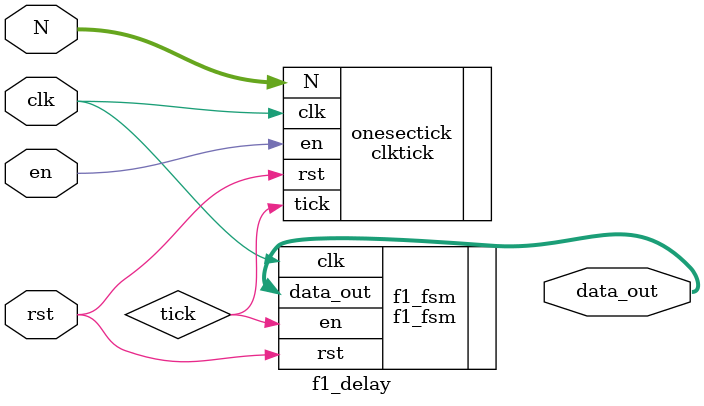
<source format=sv>
module f1_delay #(
    parameter WIDTH = 8
)(
    input  logic clk,
    input  logic rst,
    input  logic en,
    input  logic [WIDTH-1:0] N,
    output logic [WIDTH-1:0] data_out
);
    logic tick;

f1_fsm f1_fsm(
    .clk (clk),
    .rst (rst),
    .en (tick),
    .data_out (data_out)
);

clktick onesectick(
    .clk (clk),
    .rst (rst),
    .en (en),
    .N (N),
    .tick (tick)
);

endmodule

</source>
